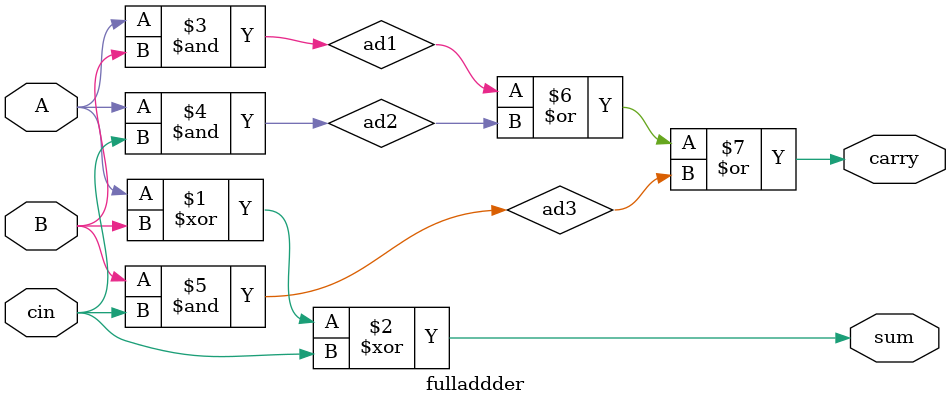
<source format=v>
module fulladdder(input A, input B, input cin, output sum, output carry);

    wire ad1, ad2, ad3;

    xor sum1(sum, A, B, cin);

    and and1(ad1, A, B);
    and and2(ad2, A, cin);
    and and3(ad3, B, cin);

    or carry1(carry, ad1, ad2, ad3);


endmodule

</source>
